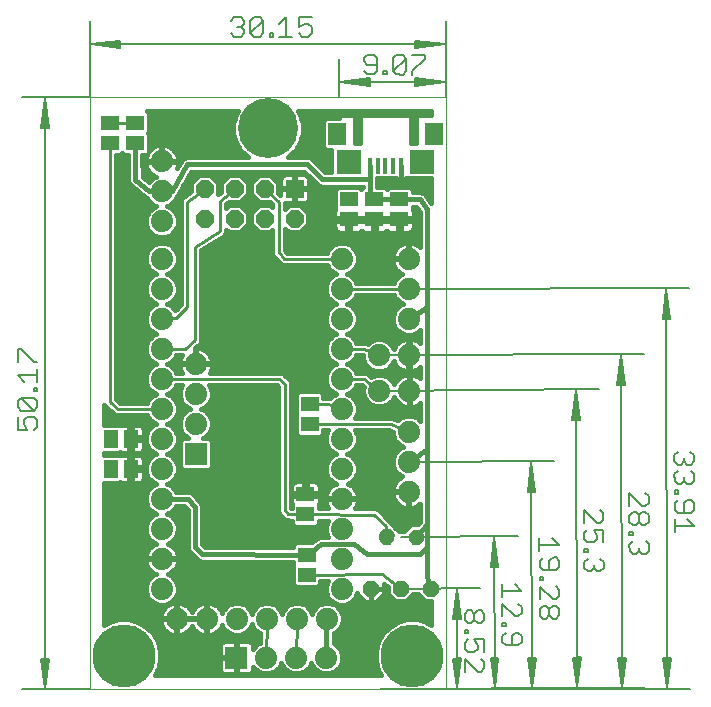
<source format=gtl>
G75*
%MOIN*%
%OFA0B0*%
%FSLAX24Y24*%
%IPPOS*%
%LPD*%
%AMOC8*
5,1,8,0,0,1.08239X$1,22.5*
%
%ADD10C,0.0000*%
%ADD11C,0.0051*%
%ADD12C,0.0060*%
%ADD13R,0.0591X0.0512*%
%ADD14R,0.0827X0.0787*%
%ADD15R,0.0630X0.0748*%
%ADD16R,0.0157X0.0531*%
%ADD17R,0.0600X0.0600*%
%ADD18OC8,0.0600*%
%ADD19C,0.0740*%
%ADD20R,0.0512X0.0591*%
%ADD21OC8,0.0520*%
%ADD22R,0.0740X0.0740*%
%ADD23C,0.0104*%
%ADD24C,0.0160*%
%ADD25C,0.0210*%
%ADD26C,0.0100*%
%ADD27C,0.2000*%
%ADD28C,0.2100*%
D10*
X007180Y005680D02*
X007180Y025426D01*
X019050Y025426D01*
X019050Y005680D01*
X007180Y005680D01*
D11*
X004912Y005680D01*
X005680Y005706D02*
X005782Y006704D01*
X005806Y006704D02*
X005680Y005706D01*
X005578Y006704D01*
X005554Y006704D02*
X005806Y006704D01*
X005731Y006704D02*
X005680Y005706D01*
X005629Y006704D01*
X005554Y006704D02*
X005680Y005706D01*
X005680Y025404D01*
X005782Y024406D01*
X005806Y024406D02*
X005680Y025404D01*
X005578Y024406D01*
X005554Y024406D02*
X005806Y024406D01*
X005731Y024406D02*
X005680Y025404D01*
X005629Y024406D01*
X005554Y024406D02*
X005680Y025404D01*
X004912Y025430D02*
X007180Y025430D01*
X007180Y025426D02*
X007180Y027948D01*
X007206Y027180D02*
X008204Y027078D01*
X008204Y027054D02*
X007206Y027180D01*
X008204Y027282D01*
X008204Y027306D02*
X008204Y027054D01*
X008204Y027129D02*
X007206Y027180D01*
X008204Y027231D01*
X008204Y027306D02*
X007206Y027180D01*
X019024Y027180D01*
X018026Y027078D01*
X018026Y027054D02*
X019024Y027180D01*
X018026Y027282D01*
X018026Y027306D02*
X018026Y027054D01*
X018026Y027129D02*
X019024Y027180D01*
X018026Y027231D01*
X018026Y027306D02*
X019024Y027180D01*
X019055Y026684D02*
X019050Y025426D01*
X019050Y027948D01*
X019026Y025916D02*
X018029Y026022D01*
X018029Y026046D02*
X018028Y025794D01*
X019026Y025916D01*
X018028Y025817D01*
X018028Y025869D02*
X019026Y025916D01*
X018029Y025971D01*
X018029Y026046D02*
X019026Y025916D01*
X015508Y025930D01*
X016505Y025823D01*
X016505Y025800D02*
X015508Y025930D01*
X016506Y026028D01*
X016506Y026051D02*
X016505Y025800D01*
X016505Y025875D02*
X015508Y025930D01*
X016506Y025977D01*
X016506Y026051D02*
X015508Y025930D01*
X015480Y025440D02*
X015485Y026698D01*
X017810Y019030D02*
X027169Y019051D01*
X026402Y019024D02*
X026302Y018025D01*
X026278Y018025D02*
X026402Y019024D01*
X026506Y018026D01*
X026530Y018026D02*
X026278Y018025D01*
X026353Y018026D02*
X026402Y019024D01*
X026455Y018026D01*
X026530Y018026D02*
X026402Y019024D01*
X026432Y005725D01*
X026327Y006723D01*
X026304Y006723D02*
X026555Y006723D01*
X026432Y005725D01*
X026532Y006723D01*
X026481Y006723D02*
X026432Y005725D01*
X026378Y006723D01*
X026304Y006723D02*
X026432Y005725D01*
X025700Y005712D02*
X016860Y005680D01*
X016890Y005680D02*
X024203Y005724D01*
X024932Y005735D02*
X024827Y006732D01*
X024803Y006732D02*
X024932Y005735D01*
X025031Y006733D01*
X025055Y006733D02*
X024803Y006732D01*
X024878Y006732D02*
X024932Y005735D01*
X024980Y006733D01*
X025055Y006733D02*
X024932Y005735D01*
X024893Y016823D01*
X024794Y015825D01*
X024771Y015825D02*
X024893Y016823D01*
X024999Y015826D01*
X025022Y015826D02*
X024771Y015825D01*
X024845Y015825D02*
X024893Y016823D01*
X024947Y015826D01*
X025022Y015826D02*
X024893Y016823D01*
X025660Y016852D02*
X016820Y016820D01*
X016830Y015640D02*
X024143Y015684D01*
X023376Y015654D02*
X023280Y014655D01*
X023256Y014655D02*
X023376Y015654D01*
X023484Y014656D01*
X023508Y014657D02*
X023256Y014655D01*
X023331Y014656D02*
X023376Y015654D01*
X023433Y014656D01*
X023508Y014657D02*
X023376Y015654D01*
X023436Y005745D01*
X023327Y006742D01*
X023304Y006742D02*
X023436Y005745D01*
X023532Y006744D01*
X023555Y006744D02*
X023304Y006742D01*
X023378Y006743D02*
X023436Y005745D01*
X023481Y006743D01*
X023555Y006744D02*
X023436Y005745D01*
X022700Y005699D02*
X017840Y005680D01*
X027199Y005701D01*
X022054Y006720D02*
X021802Y006719D01*
X021932Y005722D01*
X021826Y006719D01*
X021877Y006720D02*
X021932Y005722D01*
X022030Y006720D01*
X022054Y006720D02*
X021932Y005722D01*
X021979Y006720D01*
X021932Y005722D02*
X021902Y013261D01*
X021804Y012262D01*
X021780Y012262D02*
X021902Y013261D01*
X022008Y012263D01*
X022032Y012263D02*
X021780Y012262D01*
X021855Y012262D02*
X021902Y013261D01*
X021957Y012263D01*
X022032Y012263D02*
X021902Y013261D01*
X022670Y013289D02*
X017810Y013270D01*
X017560Y010770D02*
X021438Y010778D01*
X020671Y010751D02*
X020570Y009752D01*
X020547Y009752D02*
X020671Y010751D01*
X020775Y009753D01*
X020798Y009753D02*
X020547Y009752D01*
X020621Y009752D02*
X020671Y010751D01*
X020724Y009753D01*
X020798Y009753D02*
X020671Y010751D01*
X020680Y005722D01*
X020576Y006720D01*
X020553Y006719D02*
X020680Y005722D01*
X020781Y006720D01*
X020804Y006720D02*
X020553Y006719D01*
X020627Y006720D02*
X020680Y005722D01*
X020730Y006720D01*
X020804Y006720D02*
X020680Y005722D01*
X020198Y005688D02*
X017550Y005680D01*
X017570Y005690D02*
X021448Y005698D01*
X019430Y005711D02*
X019529Y006710D01*
X019553Y006710D02*
X019301Y006709D01*
X019430Y005711D01*
X019325Y006709D01*
X019376Y006709D02*
X019430Y005711D01*
X019478Y006709D01*
X019553Y006710D02*
X019430Y005711D01*
X019420Y009015D01*
X019321Y008017D01*
X019297Y008017D02*
X019420Y009015D01*
X019525Y008017D01*
X019549Y008017D02*
X019297Y008017D01*
X019372Y008017D02*
X019420Y009015D01*
X019474Y008017D01*
X019549Y008017D02*
X019420Y009015D01*
X020188Y009043D02*
X017540Y009035D01*
D12*
X019679Y008204D02*
X019679Y007991D01*
X019787Y007884D01*
X019893Y007885D01*
X020000Y007992D01*
X019999Y008205D01*
X020105Y008312D01*
X020212Y008313D01*
X020319Y008206D01*
X020320Y007993D01*
X020214Y007886D01*
X020107Y007885D01*
X020000Y007992D01*
X019999Y008205D02*
X019892Y008312D01*
X019785Y008311D01*
X019679Y008204D01*
X019681Y007666D02*
X019681Y007560D01*
X019788Y007560D01*
X019787Y007667D01*
X019681Y007666D01*
X019788Y007344D02*
X019682Y007237D01*
X019683Y007024D01*
X019790Y006917D01*
X020003Y006918D01*
X020110Y007025D01*
X020110Y007132D01*
X020002Y007345D01*
X020322Y007346D01*
X020324Y006919D01*
X020218Y006701D02*
X020325Y006595D01*
X020326Y006381D01*
X020219Y006274D01*
X020112Y006274D01*
X019684Y006699D01*
X019685Y006272D01*
X020933Y007252D02*
X021040Y007145D01*
X021467Y007146D01*
X021574Y007253D01*
X021573Y007467D01*
X021466Y007573D01*
X021360Y007573D01*
X021253Y007466D01*
X021254Y007146D01*
X020933Y007252D02*
X020933Y007465D01*
X021039Y007572D01*
X021039Y007788D02*
X020932Y007788D01*
X020932Y007894D01*
X021039Y007895D01*
X021039Y007788D01*
X020932Y008112D02*
X020931Y008539D01*
X021359Y008113D01*
X021465Y008113D01*
X021572Y008220D01*
X021572Y008433D01*
X021465Y008540D01*
X021571Y008971D02*
X020930Y008970D01*
X020931Y008757D02*
X020930Y009184D01*
X021357Y009184D02*
X021571Y008971D01*
X022177Y009107D02*
X022179Y008680D01*
X022287Y008463D02*
X022394Y008464D01*
X022501Y008358D01*
X022502Y008144D01*
X022396Y008037D01*
X022289Y008036D01*
X022182Y008142D01*
X022181Y008356D01*
X022287Y008463D01*
X022501Y008358D02*
X022607Y008465D01*
X022714Y008465D01*
X022821Y008359D01*
X022822Y008146D01*
X022716Y008038D01*
X022609Y008038D01*
X022502Y008144D01*
X022606Y008682D02*
X022713Y008683D01*
X022819Y008790D01*
X022818Y009004D01*
X022711Y009110D01*
X022708Y009650D02*
X022814Y009757D01*
X022813Y009971D01*
X022705Y010077D01*
X022599Y010076D01*
X022492Y009969D01*
X022494Y009649D01*
X022281Y009648D02*
X022173Y009754D01*
X022172Y009967D01*
X022278Y010075D01*
X022171Y010291D02*
X022168Y010719D01*
X022169Y010505D02*
X022810Y010508D01*
X022595Y010721D01*
X023663Y010683D02*
X023662Y010897D01*
X023768Y011004D01*
X023981Y011006D02*
X024089Y010793D01*
X024090Y010686D01*
X023984Y010579D01*
X023771Y010577D01*
X023663Y010683D01*
X023665Y010359D02*
X023666Y010252D01*
X023773Y010253D01*
X023772Y010360D01*
X023665Y010359D01*
X023774Y010037D02*
X023668Y009930D01*
X023670Y009716D01*
X023777Y009610D01*
X023884Y009611D01*
X023990Y009719D01*
X023989Y009825D01*
X023990Y009719D02*
X024098Y009613D01*
X024204Y009613D01*
X024310Y009721D01*
X024309Y009934D01*
X024201Y010040D01*
X024304Y010581D02*
X024301Y011008D01*
X023981Y011006D01*
X024086Y011224D02*
X023656Y011648D01*
X023659Y011221D01*
X024086Y011224D02*
X024193Y011225D01*
X024299Y011332D01*
X024298Y011546D01*
X024190Y011652D01*
X025167Y011800D02*
X025165Y012227D01*
X025594Y011801D01*
X025701Y011802D01*
X025807Y011909D01*
X025806Y012122D01*
X025699Y012229D01*
X025701Y011584D02*
X025595Y011584D01*
X025488Y011477D01*
X025489Y011263D01*
X025383Y011156D01*
X025276Y011156D01*
X025169Y011262D01*
X025168Y011476D01*
X025274Y011583D01*
X025381Y011583D01*
X025488Y011477D01*
X025489Y011263D02*
X025596Y011157D01*
X025703Y011157D01*
X025809Y011264D01*
X025809Y011478D01*
X025701Y011584D01*
X025277Y010938D02*
X025170Y010938D01*
X025170Y010831D01*
X025277Y010831D01*
X025277Y010938D01*
X025278Y010616D02*
X025171Y010509D01*
X025172Y010295D01*
X025279Y010189D01*
X025386Y010189D01*
X025492Y010296D01*
X025492Y010403D01*
X025492Y010296D02*
X025600Y010190D01*
X025706Y010190D01*
X025813Y010297D01*
X025812Y010511D01*
X025705Y010617D01*
X026675Y010918D02*
X026674Y011345D01*
X026674Y011132D02*
X027315Y011133D01*
X027101Y011346D01*
X026994Y011563D02*
X026993Y011884D01*
X027100Y011991D01*
X027207Y011991D01*
X027314Y011884D01*
X027314Y011671D01*
X027207Y011564D01*
X026780Y011563D01*
X026673Y011670D01*
X026673Y011883D01*
X026780Y011990D01*
X026779Y012205D02*
X026672Y012205D01*
X026672Y012312D01*
X026779Y012312D01*
X026779Y012205D01*
X026779Y012530D02*
X026672Y012636D01*
X026671Y012850D01*
X026778Y012957D01*
X026778Y013174D02*
X026671Y013281D01*
X026670Y013494D01*
X026777Y013601D01*
X026991Y013388D02*
X026991Y013281D01*
X026884Y013175D01*
X026778Y013174D01*
X026991Y013281D02*
X027098Y013175D01*
X027205Y013175D01*
X027311Y013282D01*
X027311Y013496D01*
X027204Y013602D01*
X027205Y012958D02*
X027312Y012851D01*
X027312Y012637D01*
X027206Y012531D01*
X027099Y012530D01*
X026992Y012637D01*
X026885Y012530D01*
X026779Y012530D01*
X026992Y012637D02*
X026992Y012744D01*
X022708Y009650D02*
X022281Y009648D01*
X022282Y009430D02*
X022282Y009323D01*
X022176Y009323D01*
X022175Y009429D01*
X022282Y009430D01*
X022177Y009107D02*
X022606Y008682D01*
X017932Y026174D02*
X017933Y026281D01*
X018362Y026706D01*
X018363Y026813D01*
X017936Y026815D01*
X017718Y026709D02*
X017715Y026282D01*
X017608Y026176D01*
X017395Y026177D01*
X017288Y026284D01*
X017718Y026709D01*
X017612Y026816D01*
X017398Y026818D01*
X017291Y026711D01*
X017288Y026284D01*
X017073Y026285D02*
X017072Y026179D01*
X016966Y026179D01*
X016966Y026286D01*
X017073Y026285D01*
X016749Y026287D02*
X016641Y026181D01*
X016428Y026182D01*
X016322Y026289D01*
X016430Y026502D02*
X016750Y026501D01*
X016751Y026714D02*
X016749Y026287D01*
X016430Y026502D02*
X016323Y026610D01*
X016324Y026716D01*
X016431Y026823D01*
X016645Y026822D01*
X016751Y026714D01*
X014572Y027543D02*
X014465Y027436D01*
X014251Y027436D01*
X014145Y027543D01*
X014145Y027756D02*
X014358Y027863D01*
X014465Y027863D01*
X014572Y027756D01*
X014572Y027543D01*
X014145Y027756D02*
X014145Y028077D01*
X014572Y028077D01*
X013927Y027436D02*
X013500Y027436D01*
X013714Y027436D02*
X013714Y028077D01*
X013500Y027863D01*
X013285Y027543D02*
X013285Y027436D01*
X013178Y027436D01*
X013178Y027543D01*
X013285Y027543D01*
X012960Y027543D02*
X012960Y027970D01*
X012533Y027543D01*
X012640Y027436D01*
X012854Y027436D01*
X012960Y027543D01*
X012960Y027970D02*
X012854Y028077D01*
X012640Y028077D01*
X012533Y027970D01*
X012533Y027543D01*
X012316Y027543D02*
X012209Y027436D01*
X011995Y027436D01*
X011889Y027543D01*
X012102Y027756D02*
X012209Y027756D01*
X012316Y027650D01*
X012316Y027543D01*
X012209Y027756D02*
X012316Y027863D01*
X012316Y027970D01*
X012209Y028077D01*
X011995Y028077D01*
X011889Y027970D01*
X004890Y017012D02*
X004783Y017012D01*
X004783Y016585D01*
X004890Y017012D02*
X005317Y016585D01*
X005424Y016585D01*
X005424Y016367D02*
X005424Y015940D01*
X005424Y016154D02*
X004783Y016154D01*
X004997Y015940D01*
X005317Y015725D02*
X005424Y015725D01*
X005424Y015618D01*
X005317Y015618D01*
X005317Y015725D01*
X005317Y015400D02*
X004890Y015400D01*
X005317Y014973D01*
X005424Y015080D01*
X005424Y015294D01*
X005317Y015400D01*
X005317Y014973D02*
X004890Y014973D01*
X004783Y015080D01*
X004783Y015294D01*
X004890Y015400D01*
X004783Y014756D02*
X004783Y014329D01*
X005104Y014329D01*
X004997Y014542D01*
X004997Y014649D01*
X005104Y014756D01*
X005317Y014756D01*
X005424Y014649D01*
X005424Y014435D01*
X005317Y014329D01*
D13*
X007840Y023895D03*
X007840Y024565D03*
X008690Y024565D03*
X008690Y023895D03*
X015810Y022015D03*
X015810Y021345D03*
X016660Y021345D03*
X016660Y022015D03*
X017500Y022015D03*
X017500Y021345D03*
X014510Y015195D03*
X014510Y014525D03*
X014370Y012185D03*
X014370Y011515D03*
X014410Y010175D03*
X014410Y009505D03*
D14*
X015810Y023265D03*
X018250Y023265D03*
D15*
X018644Y024190D03*
X015416Y024190D03*
D16*
X016518Y023137D03*
X016774Y023137D03*
X017030Y023137D03*
X017286Y023137D03*
X017542Y023137D03*
D17*
X014010Y022370D03*
D18*
X014010Y021370D03*
X013010Y021370D03*
X013010Y022370D03*
X012010Y022370D03*
X012010Y021370D03*
X011010Y021370D03*
X011010Y022370D03*
D19*
X009580Y022280D03*
X009580Y021280D03*
X009580Y020030D03*
X009580Y019030D03*
X009580Y018030D03*
X009580Y017030D03*
X009580Y016030D03*
X009580Y015030D03*
X009580Y014030D03*
X009580Y013030D03*
X009580Y012030D03*
X009580Y011030D03*
X009580Y010030D03*
X009580Y009030D03*
X010080Y008030D03*
X011080Y008030D03*
X012080Y008030D03*
X013080Y008030D03*
X014080Y008030D03*
X015080Y008030D03*
X015580Y009030D03*
X015580Y010030D03*
X015580Y011030D03*
X015580Y012030D03*
X015580Y013030D03*
X015580Y014030D03*
X015580Y015030D03*
X015580Y016030D03*
X015580Y017030D03*
X015580Y018030D03*
X015580Y019030D03*
X015580Y020030D03*
X017810Y020030D03*
X017810Y019030D03*
X017810Y018030D03*
X017820Y016820D03*
X017830Y015640D03*
X016830Y015640D03*
X016820Y016820D03*
X017810Y014270D03*
X017810Y013270D03*
X017810Y012270D03*
X015070Y006740D03*
X014070Y006740D03*
X013070Y006740D03*
X010710Y014530D03*
X010710Y015530D03*
X010710Y016530D03*
X009580Y023280D03*
D20*
X008545Y014030D03*
X007875Y014030D03*
X007875Y013030D03*
X008545Y013030D03*
D21*
X016540Y009035D03*
X017540Y009035D03*
X018540Y009035D03*
D22*
X012070Y006740D03*
X010710Y013530D03*
D23*
X016908Y010749D02*
X016856Y010697D01*
X016859Y010868D01*
X016983Y010988D01*
X017154Y010985D01*
X017274Y010861D01*
X017271Y010690D01*
X017147Y010570D01*
X016976Y010573D01*
X016856Y010697D01*
X016935Y010727D01*
X016937Y010835D01*
X017013Y010909D01*
X017121Y010907D01*
X017195Y010831D01*
X017193Y010723D01*
X017117Y010649D01*
X017009Y010651D01*
X016935Y010727D01*
X017014Y010758D01*
X017014Y010801D01*
X017044Y010830D01*
X017087Y010830D01*
X017116Y010800D01*
X017116Y010757D01*
X017086Y010728D01*
X017043Y010728D01*
X017014Y010758D01*
X017898Y010731D02*
X017846Y010679D01*
X017849Y010850D01*
X017973Y010970D01*
X018144Y010967D01*
X018264Y010843D01*
X018261Y010672D01*
X018137Y010552D01*
X017966Y010555D01*
X017846Y010679D01*
X017925Y010709D01*
X017927Y010817D01*
X018003Y010891D01*
X018111Y010889D01*
X018185Y010813D01*
X018183Y010705D01*
X018107Y010631D01*
X017999Y010633D01*
X017925Y010709D01*
X018004Y010740D01*
X018004Y010783D01*
X018034Y010812D01*
X018077Y010812D01*
X018106Y010782D01*
X018106Y010739D01*
X018076Y010710D01*
X018033Y010710D01*
X018004Y010740D01*
D24*
X018055Y010761D02*
X018430Y011180D01*
X018430Y010430D01*
X018180Y010180D01*
X016430Y010180D01*
X015980Y010530D01*
X014900Y010530D01*
X014410Y010175D01*
X010930Y010180D01*
X010680Y010430D01*
X010680Y011750D01*
X010450Y012030D01*
X009580Y012030D01*
X009758Y012530D02*
X009880Y012581D01*
X010029Y012730D01*
X010110Y012925D01*
X010110Y013135D01*
X010029Y013330D01*
X009880Y013479D01*
X009758Y013530D01*
X009880Y013581D01*
X010029Y013730D01*
X010110Y013925D01*
X010110Y014135D01*
X010029Y014330D01*
X009880Y014479D01*
X009758Y014530D01*
X009880Y014581D01*
X010029Y014730D01*
X010110Y014925D01*
X010110Y015135D01*
X010029Y015330D01*
X009880Y015479D01*
X009758Y015530D01*
X009880Y015581D01*
X010029Y015730D01*
X010067Y015820D01*
X010256Y015820D01*
X010180Y015635D01*
X010180Y015425D01*
X010261Y015230D01*
X010410Y015081D01*
X010532Y015030D01*
X010410Y014979D01*
X010261Y014830D01*
X010180Y014635D01*
X010180Y014425D01*
X010261Y014230D01*
X010410Y014081D01*
X010460Y014060D01*
X010274Y014060D01*
X010180Y013966D01*
X010180Y013094D01*
X010274Y013000D01*
X011146Y013000D01*
X011240Y013094D01*
X011240Y013966D01*
X011146Y014060D01*
X010960Y014060D01*
X011010Y014081D01*
X011159Y014230D01*
X011240Y014425D01*
X011240Y014635D01*
X011159Y014830D01*
X011010Y014979D01*
X010888Y015030D01*
X011010Y015081D01*
X011159Y015230D01*
X011240Y015425D01*
X011240Y015635D01*
X011164Y015820D01*
X013420Y015820D01*
X013470Y015776D01*
X013470Y011654D01*
X013467Y011571D01*
X013470Y011568D01*
X013470Y011563D01*
X013529Y011504D01*
X013589Y011439D01*
X013589Y011435D01*
X013648Y011375D01*
X013705Y011314D01*
X013709Y011313D01*
X013711Y011311D01*
X013795Y011310D01*
X013879Y011307D01*
X013881Y011309D01*
X013915Y011309D01*
X013915Y011193D01*
X014008Y011099D01*
X014732Y011099D01*
X014825Y011193D01*
X014825Y011302D01*
X015118Y011300D01*
X015050Y011135D01*
X015050Y010925D01*
X015114Y010770D01*
X014919Y010770D01*
X014891Y010775D01*
X014872Y010770D01*
X014852Y010770D01*
X014826Y010759D01*
X014798Y010752D01*
X014782Y010741D01*
X014764Y010733D01*
X014744Y010713D01*
X014575Y010591D01*
X014048Y010591D01*
X013955Y010497D01*
X013955Y010415D01*
X011030Y010420D01*
X010920Y010529D01*
X010920Y011738D01*
X010924Y011774D01*
X010920Y011786D01*
X010920Y011798D01*
X010906Y011831D01*
X010896Y011865D01*
X010888Y011875D01*
X010883Y011886D01*
X010858Y011911D01*
X010658Y012155D01*
X010653Y012166D01*
X010628Y012191D01*
X010605Y012219D01*
X010594Y012225D01*
X010586Y012233D01*
X010553Y012247D01*
X010521Y012264D01*
X010509Y012265D01*
X010498Y012270D01*
X010462Y012270D01*
X010426Y012274D01*
X010414Y012270D01*
X010054Y012270D01*
X010029Y012330D01*
X009880Y012479D01*
X009758Y012530D01*
X009841Y012496D02*
X013470Y012496D01*
X013470Y012654D02*
X009954Y012654D01*
X010064Y012813D02*
X013470Y012813D01*
X013470Y012971D02*
X010110Y012971D01*
X010110Y013130D02*
X010180Y013130D01*
X010180Y013288D02*
X010047Y013288D01*
X009913Y013447D02*
X010180Y013447D01*
X010180Y013605D02*
X009905Y013605D01*
X010043Y013764D02*
X010180Y013764D01*
X010180Y013922D02*
X010109Y013922D01*
X010110Y014081D02*
X010410Y014081D01*
X010257Y014239D02*
X010067Y014239D01*
X009962Y014398D02*
X010191Y014398D01*
X010180Y014556D02*
X009821Y014556D01*
X010014Y014715D02*
X010213Y014715D01*
X010303Y014873D02*
X010089Y014873D01*
X010110Y015032D02*
X010528Y015032D01*
X010300Y015190D02*
X010087Y015190D01*
X010011Y015349D02*
X010212Y015349D01*
X010180Y015507D02*
X009813Y015507D01*
X009965Y015666D02*
X010192Y015666D01*
X010241Y016240D02*
X010067Y016240D01*
X010029Y016330D01*
X009880Y016479D01*
X009758Y016530D01*
X009880Y016581D01*
X010029Y016730D01*
X010069Y016826D01*
X010247Y016829D01*
X010240Y016818D01*
X010200Y016741D01*
X010174Y016659D01*
X010160Y016573D01*
X010160Y016550D01*
X010690Y016550D01*
X010690Y017063D01*
X010757Y017120D01*
X010767Y017120D01*
X010823Y017176D01*
X010882Y017227D01*
X010883Y017236D01*
X010890Y017243D01*
X010890Y017322D01*
X010896Y017400D01*
X010890Y017407D01*
X010890Y020314D01*
X011570Y020740D01*
X011597Y020740D01*
X011642Y020785D01*
X011695Y020818D01*
X011701Y020844D01*
X011720Y020863D01*
X011720Y020926D01*
X011734Y020988D01*
X011721Y021008D01*
X011819Y020910D01*
X012201Y020910D01*
X012470Y021179D01*
X012470Y021561D01*
X012201Y021830D01*
X011819Y021830D01*
X011720Y021731D01*
X011720Y021852D01*
X011805Y021924D01*
X011819Y021910D01*
X012201Y021910D01*
X012470Y022179D01*
X012470Y022561D01*
X012201Y022830D01*
X011819Y022830D01*
X011550Y022561D01*
X011550Y022258D01*
X011470Y022191D01*
X011470Y022561D01*
X011201Y022830D01*
X010819Y022830D01*
X010550Y022561D01*
X010550Y022285D01*
X010359Y022140D01*
X010343Y022140D01*
X010292Y022089D01*
X010234Y022045D01*
X010232Y022029D01*
X010220Y022017D01*
X010220Y021944D01*
X010210Y021872D01*
X010220Y021859D01*
X010220Y018514D01*
X010034Y018318D01*
X010029Y018330D01*
X009880Y018479D01*
X009758Y018530D01*
X009880Y018581D01*
X010029Y018730D01*
X010110Y018925D01*
X010110Y019135D01*
X010029Y019330D01*
X009880Y019479D01*
X009758Y019530D01*
X009880Y019581D01*
X010029Y019730D01*
X010110Y019925D01*
X010110Y020135D01*
X010029Y020330D01*
X009880Y020479D01*
X009685Y020560D01*
X009475Y020560D01*
X009280Y020479D01*
X009131Y020330D01*
X009050Y020135D01*
X009050Y019925D01*
X009131Y019730D01*
X009280Y019581D01*
X009402Y019530D01*
X009280Y019479D01*
X009131Y019330D01*
X009050Y019135D01*
X009050Y018925D01*
X009131Y018730D01*
X009280Y018581D01*
X009402Y018530D01*
X009280Y018479D01*
X009131Y018330D01*
X009050Y018135D01*
X009050Y017925D01*
X009131Y017730D01*
X009280Y017581D01*
X009402Y017530D01*
X009280Y017479D01*
X009131Y017330D01*
X009050Y017135D01*
X009050Y016925D01*
X009131Y016730D01*
X009280Y016581D01*
X009402Y016530D01*
X009280Y016479D01*
X009131Y016330D01*
X009050Y016135D01*
X009050Y015925D01*
X009131Y015730D01*
X009280Y015581D01*
X009402Y015530D01*
X009280Y015479D01*
X009131Y015330D01*
X009093Y015240D01*
X008198Y015240D01*
X008050Y015367D01*
X008050Y023479D01*
X008202Y023479D01*
X008265Y023543D01*
X008328Y023479D01*
X008453Y023479D01*
X008460Y022694D01*
X008456Y022682D01*
X008460Y022646D01*
X008460Y022610D01*
X008465Y022599D01*
X008466Y022587D01*
X008484Y022556D01*
X008498Y022522D01*
X008506Y022514D01*
X008512Y022503D01*
X008540Y022481D01*
X008566Y022455D01*
X008577Y022451D01*
X009009Y022101D01*
X009034Y022077D01*
X009046Y022072D01*
X009056Y022063D01*
X009090Y022053D01*
X009102Y022048D01*
X009131Y021980D01*
X009280Y021831D01*
X009402Y021780D01*
X009280Y021729D01*
X009131Y021580D01*
X009050Y021385D01*
X009050Y021175D01*
X009131Y020980D01*
X009280Y020831D01*
X009475Y020750D01*
X009685Y020750D01*
X009880Y020831D01*
X010029Y020980D01*
X010110Y021175D01*
X010110Y021385D01*
X010029Y021580D01*
X009880Y021729D01*
X009758Y021780D01*
X009880Y021831D01*
X010029Y021980D01*
X010084Y022111D01*
X010094Y022119D01*
X010102Y022133D01*
X010113Y022144D01*
X010126Y022174D01*
X010569Y022940D01*
X014331Y022940D01*
X014727Y022544D01*
X014794Y022477D01*
X014882Y022440D01*
X016280Y022440D01*
X016280Y022412D01*
X016235Y022367D01*
X016172Y022431D01*
X015448Y022431D01*
X015355Y022337D01*
X015355Y021692D01*
X015358Y021689D01*
X015347Y021671D01*
X015335Y021625D01*
X015335Y021393D01*
X015762Y021393D01*
X015762Y021297D01*
X015858Y021297D01*
X015858Y020909D01*
X016129Y020909D01*
X016175Y020922D01*
X016216Y020945D01*
X016235Y020965D01*
X016254Y020945D01*
X016295Y020922D01*
X016341Y020909D01*
X016612Y020909D01*
X016612Y021297D01*
X016708Y021297D01*
X016708Y020909D01*
X016979Y020909D01*
X017025Y020922D01*
X017066Y020945D01*
X017080Y020960D01*
X017094Y020945D01*
X017135Y020922D01*
X017181Y020909D01*
X017452Y020909D01*
X017452Y021297D01*
X017548Y021297D01*
X017548Y020909D01*
X017819Y020909D01*
X017865Y020922D01*
X017906Y020945D01*
X017939Y020979D01*
X017963Y021020D01*
X017975Y021066D01*
X017975Y021297D01*
X017548Y021297D01*
X017548Y021393D01*
X017975Y021393D01*
X017975Y021625D01*
X017963Y021671D01*
X017952Y021689D01*
X017955Y021692D01*
X017955Y021772D01*
X018067Y021771D01*
X018190Y021602D01*
X018190Y020428D01*
X018168Y020450D01*
X018098Y020500D01*
X018021Y020540D01*
X017939Y020566D01*
X017853Y020580D01*
X017830Y020580D01*
X017830Y020050D01*
X017790Y020050D01*
X017790Y020580D01*
X017767Y020580D01*
X017681Y020566D01*
X017599Y020540D01*
X017522Y020500D01*
X017452Y020450D01*
X017390Y020388D01*
X017340Y020318D01*
X017300Y020241D01*
X017274Y020159D01*
X017260Y020073D01*
X017260Y020050D01*
X017790Y020050D01*
X017790Y020010D01*
X017260Y020010D01*
X017260Y019987D01*
X017274Y019901D01*
X017300Y019819D01*
X017340Y019742D01*
X017390Y019672D01*
X017452Y019610D01*
X017522Y019560D01*
X017599Y019520D01*
X017604Y019519D01*
X017510Y019479D01*
X017361Y019330D01*
X017323Y019240D01*
X016067Y019240D01*
X016029Y019330D01*
X015880Y019479D01*
X015758Y019530D01*
X015880Y019581D01*
X016029Y019730D01*
X016110Y019925D01*
X016110Y020135D01*
X016029Y020330D01*
X015880Y020479D01*
X015685Y020560D01*
X015475Y020560D01*
X015280Y020479D01*
X015131Y020330D01*
X015093Y020240D01*
X013766Y020240D01*
X013690Y020328D01*
X013690Y021039D01*
X013819Y020910D01*
X014201Y020910D01*
X014470Y021179D01*
X014470Y021561D01*
X014201Y021830D01*
X013819Y021830D01*
X013690Y021701D01*
X013690Y021847D01*
X015355Y021847D01*
X015357Y021689D02*
X014342Y021689D01*
X014334Y021890D02*
X014379Y021902D01*
X014421Y021926D01*
X014454Y021959D01*
X014478Y022001D01*
X014490Y022046D01*
X014490Y022350D01*
X014030Y022350D01*
X014030Y022390D01*
X013990Y022390D01*
X013990Y022850D01*
X013686Y022850D01*
X013641Y022838D01*
X013599Y022814D01*
X013566Y022781D01*
X013542Y022739D01*
X013530Y022694D01*
X013530Y022390D01*
X013990Y022390D01*
X013990Y022350D01*
X013530Y022350D01*
X013530Y022171D01*
X013470Y022227D01*
X013470Y022561D01*
X013201Y022830D01*
X012819Y022830D01*
X012550Y022561D01*
X012550Y022179D01*
X012819Y021910D01*
X013194Y021910D01*
X013270Y021839D01*
X013270Y021761D01*
X013201Y021830D01*
X012819Y021830D01*
X012550Y021561D01*
X012550Y021179D01*
X012819Y020910D01*
X013201Y020910D01*
X013270Y020979D01*
X013270Y020258D01*
X013264Y020179D01*
X013270Y020172D01*
X013270Y020163D01*
X013326Y020107D01*
X013460Y019952D01*
X013460Y019943D01*
X013516Y019887D01*
X013568Y019827D01*
X013577Y019826D01*
X013583Y019820D01*
X013662Y019820D01*
X013741Y019814D01*
X013748Y019820D01*
X015093Y019820D01*
X015131Y019730D01*
X015280Y019581D01*
X015402Y019530D01*
X015280Y019479D01*
X015131Y019330D01*
X015050Y019135D01*
X015050Y018925D01*
X015131Y018730D01*
X015280Y018581D01*
X015402Y018530D01*
X015280Y018479D01*
X015131Y018330D01*
X015050Y018135D01*
X015050Y017925D01*
X015131Y017730D01*
X015280Y017581D01*
X015402Y017530D01*
X015280Y017479D01*
X015131Y017330D01*
X015050Y017135D01*
X015050Y016925D01*
X015131Y016730D01*
X015280Y016581D01*
X015402Y016530D01*
X015280Y016479D01*
X015131Y016330D01*
X015050Y016135D01*
X015050Y015925D01*
X015131Y015730D01*
X015280Y015581D01*
X015402Y015530D01*
X015280Y015479D01*
X015199Y015399D01*
X015199Y015399D01*
X015146Y015400D01*
X015095Y015417D01*
X015062Y015400D01*
X014965Y015401D01*
X014965Y015517D01*
X014872Y015611D01*
X014148Y015611D01*
X014055Y015517D01*
X014055Y014872D01*
X014067Y014860D01*
X014055Y014848D01*
X014055Y014203D01*
X014148Y014109D01*
X014872Y014109D01*
X014965Y014203D01*
X014965Y014314D01*
X015124Y014314D01*
X015050Y014135D01*
X015050Y013925D01*
X015131Y013730D01*
X015280Y013581D01*
X015402Y013530D01*
X015280Y013479D01*
X015131Y013330D01*
X015050Y013135D01*
X015050Y012925D01*
X015131Y012730D01*
X015280Y012581D01*
X015374Y012541D01*
X015369Y012540D01*
X015292Y012500D01*
X015222Y012450D01*
X015160Y012388D01*
X015110Y012318D01*
X015070Y012241D01*
X015044Y012159D01*
X015030Y012073D01*
X015030Y012050D01*
X015560Y012050D01*
X015560Y012010D01*
X015030Y012010D01*
X015030Y011987D01*
X015044Y011901D01*
X015070Y011819D01*
X015110Y011742D01*
X015125Y011720D01*
X014825Y011722D01*
X014825Y011838D01*
X014822Y011841D01*
X014833Y011859D01*
X014845Y011905D01*
X014845Y012137D01*
X014418Y012137D01*
X014418Y012233D01*
X014322Y012233D01*
X014322Y012621D01*
X014051Y012621D01*
X014005Y012608D01*
X013964Y012585D01*
X013931Y012551D01*
X013907Y012510D01*
X013895Y012464D01*
X013895Y012233D01*
X014322Y012233D01*
X014322Y012137D01*
X013895Y012137D01*
X013895Y011905D01*
X013907Y011859D01*
X013918Y011841D01*
X013915Y011838D01*
X013915Y011729D01*
X013893Y011729D01*
X013890Y011732D01*
X013890Y015790D01*
X013895Y015795D01*
X013890Y015876D01*
X013890Y015957D01*
X013885Y015962D01*
X013885Y015969D01*
X013824Y016023D01*
X013767Y016080D01*
X013760Y016080D01*
X013644Y016183D01*
X013587Y016240D01*
X013580Y016240D01*
X013575Y016245D01*
X013494Y016240D01*
X011179Y016240D01*
X011180Y016242D01*
X011220Y016319D01*
X011246Y016401D01*
X011260Y016487D01*
X011260Y016510D01*
X010730Y016510D01*
X010730Y016550D01*
X010690Y016550D01*
X010690Y016510D01*
X010160Y016510D01*
X010160Y016487D01*
X010174Y016401D01*
X010200Y016319D01*
X010240Y016242D01*
X010241Y016240D01*
X010210Y016300D02*
X010042Y016300D01*
X010165Y016458D02*
X009902Y016458D01*
X009916Y016617D02*
X010167Y016617D01*
X010218Y016775D02*
X010048Y016775D01*
X010690Y016775D02*
X010730Y016775D01*
X010730Y016617D02*
X010690Y016617D01*
X010730Y016550D02*
X010730Y017080D01*
X010753Y017080D01*
X010839Y017066D01*
X010921Y017040D01*
X010998Y017000D01*
X011068Y016950D01*
X011130Y016888D01*
X011180Y016818D01*
X011220Y016741D01*
X011246Y016659D01*
X011260Y016573D01*
X011260Y016550D01*
X010730Y016550D01*
X010730Y016934D02*
X010690Y016934D01*
X010725Y017092D02*
X015050Y017092D01*
X015050Y016934D02*
X011084Y016934D01*
X011202Y016775D02*
X015112Y016775D01*
X015244Y016617D02*
X011253Y016617D01*
X011255Y016458D02*
X015258Y016458D01*
X015118Y016300D02*
X011210Y016300D01*
X011228Y015666D02*
X013470Y015666D01*
X013470Y015507D02*
X011240Y015507D01*
X011208Y015349D02*
X013470Y015349D01*
X013470Y015190D02*
X011120Y015190D01*
X010892Y015032D02*
X013470Y015032D01*
X013470Y014873D02*
X011117Y014873D01*
X011207Y014715D02*
X013470Y014715D01*
X013470Y014556D02*
X011240Y014556D01*
X011229Y014398D02*
X013470Y014398D01*
X013470Y014239D02*
X011163Y014239D01*
X011010Y014081D02*
X013470Y014081D01*
X013470Y013922D02*
X011240Y013922D01*
X011240Y013764D02*
X013470Y013764D01*
X013470Y013605D02*
X011240Y013605D01*
X011240Y013447D02*
X013470Y013447D01*
X013470Y013288D02*
X011240Y013288D01*
X011240Y013130D02*
X013470Y013130D01*
X013890Y013130D02*
X015050Y013130D01*
X015050Y012971D02*
X013890Y012971D01*
X013890Y012813D02*
X015096Y012813D01*
X015206Y012654D02*
X013890Y012654D01*
X013890Y012496D02*
X013903Y012496D01*
X013890Y012337D02*
X013895Y012337D01*
X013890Y012179D02*
X014322Y012179D01*
X014418Y012179D02*
X015050Y012179D01*
X015123Y012337D02*
X014845Y012337D01*
X014845Y012233D02*
X014845Y012464D01*
X014833Y012510D01*
X014809Y012551D01*
X014776Y012585D01*
X014735Y012608D01*
X014689Y012621D01*
X014418Y012621D01*
X014418Y012233D01*
X014845Y012233D01*
X014845Y012020D02*
X015560Y012020D01*
X015600Y012020D02*
X017320Y012020D01*
X017340Y011982D02*
X017390Y011912D01*
X017452Y011850D01*
X017522Y011800D01*
X017599Y011760D01*
X017681Y011734D01*
X017767Y011720D01*
X017790Y011720D01*
X017790Y012250D01*
X017830Y012250D01*
X017830Y011720D01*
X017853Y011720D01*
X017939Y011734D01*
X018021Y011760D01*
X018098Y011800D01*
X018168Y011850D01*
X018190Y011872D01*
X018190Y011272D01*
X018108Y011180D01*
X017888Y011184D01*
X017652Y010956D01*
X017483Y010955D01*
X017480Y010953D01*
X017259Y011182D01*
X017259Y011210D01*
X017256Y011212D01*
X017256Y011216D01*
X017194Y011273D01*
X016808Y011649D01*
X016748Y011709D01*
X016746Y011709D01*
X016744Y011711D01*
X016659Y011710D01*
X016030Y011714D01*
X016050Y011742D01*
X016090Y011819D01*
X016116Y011901D01*
X016130Y011987D01*
X016130Y012010D01*
X015600Y012010D01*
X015600Y012050D01*
X016130Y012050D01*
X016130Y012073D01*
X016116Y012159D01*
X016090Y012241D01*
X016050Y012318D01*
X016000Y012388D01*
X015938Y012450D01*
X015868Y012500D01*
X015791Y012540D01*
X015786Y012541D01*
X015880Y012581D01*
X016029Y012730D01*
X016110Y012925D01*
X016110Y013135D01*
X016029Y013330D01*
X015880Y013479D01*
X015758Y013530D01*
X015880Y013581D01*
X016029Y013730D01*
X016110Y013925D01*
X016110Y014135D01*
X016037Y014312D01*
X017168Y014310D01*
X017280Y014263D01*
X017280Y014165D01*
X017361Y013970D01*
X017510Y013821D01*
X017632Y013770D01*
X017510Y013719D01*
X017361Y013570D01*
X017280Y013375D01*
X017280Y013165D01*
X017361Y012970D01*
X017510Y012821D01*
X017604Y012781D01*
X017599Y012780D01*
X017522Y012740D01*
X017452Y012690D01*
X017390Y012628D01*
X017340Y012558D01*
X017300Y012481D01*
X017274Y012399D01*
X017260Y012313D01*
X017260Y012290D01*
X017790Y012290D01*
X017790Y012250D01*
X017260Y012250D01*
X017260Y012227D01*
X017274Y012141D01*
X017300Y012059D01*
X017340Y011982D01*
X017441Y011862D02*
X016104Y011862D01*
X016110Y012179D02*
X017268Y012179D01*
X017264Y012337D02*
X016037Y012337D01*
X015875Y012496D02*
X017308Y012496D01*
X017416Y012654D02*
X015954Y012654D01*
X016064Y012813D02*
X017530Y012813D01*
X017360Y012971D02*
X016110Y012971D01*
X016110Y013130D02*
X017295Y013130D01*
X017280Y013288D02*
X016047Y013288D01*
X015913Y013447D02*
X017309Y013447D01*
X017395Y013605D02*
X015905Y013605D01*
X016043Y013764D02*
X017616Y013764D01*
X017408Y013922D02*
X016109Y013922D01*
X016110Y014081D02*
X017315Y014081D01*
X017280Y014239D02*
X016067Y014239D01*
X016030Y014732D02*
X016110Y014925D01*
X016110Y015135D01*
X016029Y015330D01*
X015880Y015479D01*
X015758Y015530D01*
X015880Y015581D01*
X016029Y015730D01*
X016067Y015820D01*
X016249Y015820D01*
X016311Y015772D01*
X016300Y015745D01*
X016300Y015535D01*
X016381Y015340D01*
X016530Y015191D01*
X016725Y015110D01*
X016935Y015110D01*
X017130Y015191D01*
X017279Y015340D01*
X017319Y015434D01*
X017320Y015429D01*
X017360Y015352D01*
X017410Y015282D01*
X017472Y015220D01*
X017542Y015170D01*
X017619Y015130D01*
X017701Y015104D01*
X017787Y015090D01*
X017810Y015090D01*
X017810Y015460D01*
X017850Y015461D01*
X017850Y015090D01*
X017873Y015090D01*
X017959Y015104D01*
X018041Y015130D01*
X018118Y015170D01*
X018188Y015220D01*
X018190Y015222D01*
X018190Y014640D01*
X018110Y014719D01*
X017915Y014800D01*
X017705Y014800D01*
X017510Y014719D01*
X017442Y014651D01*
X017329Y014698D01*
X017297Y014730D01*
X017252Y014730D01*
X017210Y014747D01*
X017169Y014730D01*
X016030Y014732D01*
X016089Y014873D02*
X018190Y014873D01*
X018190Y014715D02*
X018115Y014715D01*
X018190Y015032D02*
X016110Y015032D01*
X016087Y015190D02*
X016531Y015190D01*
X016377Y015349D02*
X016011Y015349D01*
X015813Y015507D02*
X016311Y015507D01*
X016300Y015666D02*
X015965Y015666D01*
X016067Y016240D02*
X016029Y016330D01*
X015880Y016479D01*
X015758Y016530D01*
X015880Y016581D01*
X016029Y016730D01*
X016067Y016820D01*
X016287Y016820D01*
X016290Y016819D01*
X016290Y016715D01*
X016371Y016520D01*
X016520Y016371D01*
X016715Y016290D01*
X016925Y016290D01*
X017120Y016371D01*
X017269Y016520D01*
X017309Y016614D01*
X017310Y016609D01*
X017350Y016532D01*
X017400Y016462D01*
X017462Y016400D01*
X017532Y016350D01*
X017609Y016310D01*
X017691Y016284D01*
X017777Y016270D01*
X017800Y016270D01*
X017800Y016638D01*
X017840Y016638D01*
X017840Y016270D01*
X017863Y016270D01*
X017949Y016284D01*
X018031Y016310D01*
X018108Y016350D01*
X018178Y016400D01*
X018190Y016412D01*
X018190Y016058D01*
X018188Y016060D01*
X018118Y016110D01*
X018041Y016150D01*
X017959Y016176D01*
X017873Y016190D01*
X017850Y016190D01*
X017850Y015832D01*
X017810Y015831D01*
X017810Y016190D01*
X017787Y016190D01*
X017701Y016176D01*
X017619Y016150D01*
X017542Y016110D01*
X017472Y016060D01*
X017410Y015998D01*
X017360Y015928D01*
X017320Y015851D01*
X017319Y015846D01*
X017279Y015940D01*
X017130Y016089D01*
X016935Y016170D01*
X016725Y016170D01*
X016568Y016105D01*
X016459Y016188D01*
X016407Y016240D01*
X016391Y016240D01*
X016378Y016250D01*
X016306Y016240D01*
X016067Y016240D01*
X016042Y016300D02*
X016692Y016300D01*
X016655Y016141D02*
X016521Y016141D01*
X016432Y016458D02*
X015902Y016458D01*
X015916Y016617D02*
X016331Y016617D01*
X016290Y016775D02*
X016048Y016775D01*
X016067Y017240D02*
X016029Y017330D01*
X015880Y017479D01*
X015758Y017530D01*
X015880Y017581D01*
X016029Y017730D01*
X016110Y017925D01*
X016110Y018135D01*
X016029Y018330D01*
X015880Y018479D01*
X015758Y018530D01*
X015880Y018581D01*
X016029Y018730D01*
X016067Y018820D01*
X017323Y018820D01*
X017361Y018730D01*
X017510Y018581D01*
X017632Y018530D01*
X017510Y018479D01*
X017361Y018330D01*
X017280Y018135D01*
X017280Y017925D01*
X017361Y017730D01*
X017510Y017581D01*
X017705Y017500D01*
X017915Y017500D01*
X018110Y017581D01*
X018190Y017660D01*
X018190Y017228D01*
X018178Y017240D01*
X018108Y017290D01*
X018031Y017330D01*
X017949Y017356D01*
X017863Y017370D01*
X017840Y017370D01*
X017840Y017009D01*
X017800Y017009D01*
X017800Y017370D01*
X017777Y017370D01*
X017691Y017356D01*
X017609Y017330D01*
X017532Y017290D01*
X017462Y017240D01*
X017400Y017178D01*
X017350Y017108D01*
X017310Y017031D01*
X017309Y017026D01*
X017269Y017120D01*
X017120Y017269D01*
X016925Y017350D01*
X016715Y017350D01*
X016520Y017269D01*
X016455Y017205D01*
X016450Y017207D01*
X016417Y017240D01*
X016373Y017240D01*
X016333Y017257D01*
X016290Y017240D01*
X016067Y017240D01*
X016062Y017251D02*
X016316Y017251D01*
X016349Y017251D02*
X016501Y017251D01*
X016026Y017726D02*
X017364Y017726D01*
X017297Y017885D02*
X016093Y017885D01*
X016110Y018043D02*
X017280Y018043D01*
X017307Y018202D02*
X016083Y018202D01*
X016000Y018360D02*
X017390Y018360D01*
X017604Y018519D02*
X015786Y018519D01*
X015977Y018677D02*
X017413Y018677D01*
X017353Y019311D02*
X016037Y019311D01*
X015890Y019470D02*
X017500Y019470D01*
X017434Y019628D02*
X015928Y019628D01*
X016053Y019787D02*
X017317Y019787D01*
X017267Y019945D02*
X016110Y019945D01*
X016110Y020104D02*
X017265Y020104D01*
X017311Y020262D02*
X016058Y020262D01*
X015939Y020421D02*
X017423Y020421D01*
X017790Y020421D02*
X017830Y020421D01*
X017830Y020579D02*
X017790Y020579D01*
X017761Y020579D02*
X013690Y020579D01*
X013690Y020421D02*
X015221Y020421D01*
X015102Y020262D02*
X013747Y020262D01*
X013460Y019945D02*
X010890Y019945D01*
X010890Y019787D02*
X015107Y019787D01*
X015232Y019628D02*
X010890Y019628D01*
X010890Y019470D02*
X015270Y019470D01*
X015123Y019311D02*
X010890Y019311D01*
X010890Y019153D02*
X015057Y019153D01*
X015050Y018994D02*
X010890Y018994D01*
X010890Y018836D02*
X015087Y018836D01*
X015183Y018677D02*
X010890Y018677D01*
X010890Y018519D02*
X015374Y018519D01*
X015160Y018360D02*
X010890Y018360D01*
X010890Y018202D02*
X015077Y018202D01*
X015050Y018043D02*
X010890Y018043D01*
X010890Y017885D02*
X015067Y017885D01*
X015134Y017726D02*
X010890Y017726D01*
X010890Y017568D02*
X015312Y017568D01*
X015209Y017409D02*
X010890Y017409D01*
X010890Y017251D02*
X015098Y017251D01*
X015848Y017568D02*
X017542Y017568D01*
X017477Y017251D02*
X017139Y017251D01*
X017281Y017092D02*
X017341Y017092D01*
X017800Y017092D02*
X017840Y017092D01*
X017840Y017251D02*
X017800Y017251D01*
X018163Y017251D02*
X018190Y017251D01*
X018190Y017409D02*
X015951Y017409D01*
X016948Y016300D02*
X017642Y016300D01*
X017800Y016300D02*
X017840Y016300D01*
X017998Y016300D02*
X018190Y016300D01*
X018190Y016141D02*
X018058Y016141D01*
X017850Y016141D02*
X017810Y016141D01*
X017810Y015983D02*
X017850Y015983D01*
X017602Y016141D02*
X017005Y016141D01*
X017237Y015983D02*
X017399Y015983D01*
X017404Y016458D02*
X017208Y016458D01*
X017800Y016458D02*
X017840Y016458D01*
X017840Y016617D02*
X017800Y016617D01*
X018078Y017568D02*
X018190Y017568D01*
X017810Y018030D02*
X018430Y018430D01*
X018430Y013680D01*
X017810Y013270D01*
X018430Y013680D02*
X018430Y011180D01*
X018150Y011228D02*
X017244Y011228D01*
X017369Y011069D02*
X017769Y011069D01*
X018190Y011386D02*
X017078Y011386D01*
X016915Y011545D02*
X018190Y011545D01*
X018190Y011703D02*
X016755Y011703D01*
X017790Y011862D02*
X017830Y011862D01*
X017830Y012020D02*
X017790Y012020D01*
X017790Y012179D02*
X017830Y012179D01*
X018179Y011862D02*
X018190Y011862D01*
X018430Y010430D02*
X018430Y009430D01*
X018540Y009035D01*
X018570Y008615D02*
X018570Y007822D01*
X018387Y007928D01*
X018079Y008010D01*
X017761Y008010D01*
X017453Y007928D01*
X017177Y007768D01*
X016952Y007543D01*
X016792Y007267D01*
X016710Y006959D01*
X016710Y006641D01*
X016792Y006333D01*
X016892Y006160D01*
X009338Y006160D01*
X009438Y006333D01*
X009520Y006641D01*
X009520Y006959D01*
X009438Y007267D01*
X009278Y007543D01*
X009053Y007768D01*
X008777Y007928D01*
X008469Y008010D01*
X008151Y008010D01*
X007843Y007928D01*
X007660Y007822D01*
X007660Y012575D01*
X008198Y012575D01*
X008201Y012578D01*
X008219Y012567D01*
X008265Y012555D01*
X008497Y012555D01*
X008497Y012982D01*
X008593Y012982D01*
X008593Y013078D01*
X008981Y013078D01*
X008981Y013349D01*
X008968Y013395D01*
X008945Y013436D01*
X008911Y013469D01*
X008870Y013493D01*
X008824Y013505D01*
X008593Y013505D01*
X008593Y013078D01*
X008497Y013078D01*
X008497Y013505D01*
X008265Y013505D01*
X008219Y013493D01*
X008201Y013482D01*
X008198Y013485D01*
X007660Y013485D01*
X007660Y013575D01*
X008198Y013575D01*
X008201Y013578D01*
X008219Y013567D01*
X008265Y013555D01*
X008497Y013555D01*
X008497Y013982D01*
X008593Y013982D01*
X008593Y014078D01*
X008981Y014078D01*
X008981Y014349D01*
X008968Y014395D01*
X008945Y014436D01*
X008911Y014469D01*
X008870Y014493D01*
X008824Y014505D01*
X008593Y014505D01*
X008593Y014078D01*
X008497Y014078D01*
X008497Y014505D01*
X008265Y014505D01*
X008219Y014493D01*
X008201Y014482D01*
X008198Y014485D01*
X007660Y014485D01*
X007660Y015148D01*
X007697Y015116D01*
X007753Y015060D01*
X007762Y015060D01*
X007977Y014876D01*
X008033Y014820D01*
X008042Y014820D01*
X008049Y014814D01*
X008128Y014820D01*
X009093Y014820D01*
X009131Y014730D01*
X009280Y014581D01*
X009402Y014530D01*
X009280Y014479D01*
X009131Y014330D01*
X009050Y014135D01*
X009050Y013925D01*
X009131Y013730D01*
X009280Y013581D01*
X009402Y013530D01*
X009280Y013479D01*
X009131Y013330D01*
X009050Y013135D01*
X009050Y012925D01*
X009131Y012730D01*
X009280Y012581D01*
X009402Y012530D01*
X009280Y012479D01*
X009131Y012330D01*
X009050Y012135D01*
X009050Y011925D01*
X009131Y011730D01*
X009280Y011581D01*
X009402Y011530D01*
X009280Y011479D01*
X009131Y011330D01*
X009050Y011135D01*
X009050Y010925D01*
X009131Y010730D01*
X009280Y010581D01*
X009374Y010541D01*
X009369Y010540D01*
X009292Y010500D01*
X009222Y010450D01*
X009160Y010388D01*
X009110Y010318D01*
X009070Y010241D01*
X009044Y010159D01*
X009030Y010073D01*
X009030Y010050D01*
X009560Y010050D01*
X009560Y010010D01*
X009030Y010010D01*
X009030Y009987D01*
X009044Y009901D01*
X009070Y009819D01*
X009110Y009742D01*
X009160Y009672D01*
X009222Y009610D01*
X009292Y009560D01*
X009369Y009520D01*
X009374Y009519D01*
X009280Y009479D01*
X009131Y009330D01*
X009050Y009135D01*
X009050Y008925D01*
X009131Y008730D01*
X009280Y008581D01*
X009475Y008500D01*
X009685Y008500D01*
X009880Y008581D01*
X010029Y008730D01*
X010110Y008925D01*
X010110Y009135D01*
X010029Y009330D01*
X009880Y009479D01*
X009786Y009519D01*
X009791Y009520D01*
X009868Y009560D01*
X009938Y009610D01*
X010000Y009672D01*
X010050Y009742D01*
X010090Y009819D01*
X010116Y009901D01*
X010130Y009987D01*
X010130Y010010D01*
X009600Y010010D01*
X009600Y010050D01*
X010130Y010050D01*
X010130Y010073D01*
X010116Y010159D01*
X010090Y010241D01*
X010050Y010318D01*
X010000Y010388D01*
X009938Y010450D01*
X009868Y010500D01*
X009791Y010540D01*
X009786Y010541D01*
X009880Y010581D01*
X010029Y010730D01*
X010110Y010925D01*
X010110Y011135D01*
X010029Y011330D01*
X009880Y011479D01*
X009758Y011530D01*
X009880Y011581D01*
X010029Y011730D01*
X010054Y011790D01*
X010337Y011790D01*
X010440Y011664D01*
X010440Y010382D01*
X010477Y010294D01*
X010544Y010227D01*
X010760Y010010D01*
X010794Y009977D01*
X010794Y009977D01*
X010794Y009977D01*
X010838Y009958D01*
X010882Y009940D01*
X010882Y009940D01*
X010882Y009940D01*
X010930Y009940D01*
X013955Y009935D01*
X013955Y009852D01*
X013967Y009840D01*
X013955Y009828D01*
X013955Y009183D01*
X014048Y009089D01*
X014772Y009089D01*
X014865Y009183D01*
X014865Y009296D01*
X015117Y009297D01*
X015050Y009135D01*
X015050Y008925D01*
X015131Y008730D01*
X015280Y008581D01*
X015475Y008500D01*
X015685Y008500D01*
X015880Y008581D01*
X016029Y008730D01*
X016100Y008900D01*
X016100Y008853D01*
X016358Y008595D01*
X016540Y008595D01*
X016722Y008595D01*
X016980Y008853D01*
X016980Y009035D01*
X016980Y009199D01*
X017120Y009092D01*
X017120Y008861D01*
X017366Y008615D01*
X017714Y008615D01*
X017950Y008851D01*
X018130Y008851D01*
X018366Y008615D01*
X018570Y008615D01*
X018570Y008533D02*
X015765Y008533D01*
X015991Y008692D02*
X016261Y008692D01*
X016103Y008850D02*
X016079Y008850D01*
X016540Y008850D02*
X016540Y008850D01*
X016540Y008692D02*
X016540Y008692D01*
X016540Y008595D02*
X016540Y009035D01*
X016980Y009035D01*
X016540Y009035D01*
X016540Y009035D01*
X016540Y009035D01*
X016540Y008595D01*
X016819Y008692D02*
X017290Y008692D01*
X017131Y008850D02*
X016977Y008850D01*
X016980Y009009D02*
X017120Y009009D01*
X017022Y009167D02*
X016980Y009167D01*
X016540Y009009D02*
X016540Y009009D01*
X015529Y008330D02*
X015380Y008479D01*
X015185Y008560D01*
X014975Y008560D01*
X014780Y008479D01*
X014631Y008330D01*
X014580Y008208D01*
X014529Y008330D01*
X014380Y008479D01*
X014185Y008560D01*
X013975Y008560D01*
X013780Y008479D01*
X013631Y008330D01*
X013580Y008208D01*
X013529Y008330D01*
X013380Y008479D01*
X013185Y008560D01*
X012975Y008560D01*
X012780Y008479D01*
X012631Y008330D01*
X012580Y008208D01*
X012529Y008330D01*
X012380Y008479D01*
X012185Y008560D01*
X011975Y008560D01*
X011780Y008479D01*
X011631Y008330D01*
X011591Y008236D01*
X011590Y008241D01*
X011550Y008318D01*
X011500Y008388D01*
X011438Y008450D01*
X011368Y008500D01*
X011291Y008540D01*
X011209Y008566D01*
X011123Y008580D01*
X011100Y008580D01*
X011100Y008050D01*
X011060Y008050D01*
X011060Y008580D01*
X011037Y008580D01*
X010951Y008566D01*
X010869Y008540D01*
X010792Y008500D01*
X010722Y008450D01*
X010660Y008388D01*
X010610Y008318D01*
X010580Y008260D01*
X010550Y008318D01*
X010500Y008388D01*
X010438Y008450D01*
X010368Y008500D01*
X010291Y008540D01*
X010209Y008566D01*
X010123Y008580D01*
X010100Y008580D01*
X010100Y008050D01*
X010060Y008050D01*
X010060Y008580D01*
X010037Y008580D01*
X009951Y008566D01*
X009869Y008540D01*
X009792Y008500D01*
X009722Y008450D01*
X009660Y008388D01*
X009610Y008318D01*
X009570Y008241D01*
X009544Y008159D01*
X009530Y008073D01*
X009530Y008050D01*
X010060Y008050D01*
X010060Y008010D01*
X010100Y008010D01*
X010100Y008050D01*
X010630Y008050D01*
X011060Y008050D01*
X011060Y008010D01*
X011100Y008010D01*
X011100Y007480D01*
X011123Y007480D01*
X011209Y007494D01*
X011291Y007520D01*
X011368Y007560D01*
X011438Y007610D01*
X011500Y007672D01*
X011550Y007742D01*
X011590Y007819D01*
X011591Y007824D01*
X011631Y007730D01*
X011780Y007581D01*
X011975Y007500D01*
X012185Y007500D01*
X012380Y007581D01*
X012529Y007730D01*
X012580Y007852D01*
X012631Y007730D01*
X012780Y007581D01*
X012866Y007545D01*
X012864Y007228D01*
X012770Y007189D01*
X012621Y007040D01*
X012620Y007039D01*
X012620Y007134D01*
X012608Y007179D01*
X012584Y007221D01*
X012551Y007254D01*
X012509Y007278D01*
X012464Y007290D01*
X012090Y007290D01*
X012090Y006760D01*
X012050Y006760D01*
X012050Y007290D01*
X011676Y007290D01*
X011631Y007278D01*
X011589Y007254D01*
X011556Y007221D01*
X011532Y007179D01*
X011520Y007134D01*
X011520Y006760D01*
X012050Y006760D01*
X012050Y006720D01*
X012090Y006720D01*
X012090Y006190D01*
X012464Y006190D01*
X012509Y006202D01*
X012551Y006226D01*
X012584Y006259D01*
X012608Y006301D01*
X012620Y006346D01*
X012620Y006441D01*
X012621Y006440D01*
X012770Y006291D01*
X012965Y006210D01*
X013175Y006210D01*
X013370Y006291D01*
X013519Y006440D01*
X013570Y006562D01*
X013621Y006440D01*
X013770Y006291D01*
X013965Y006210D01*
X014175Y006210D01*
X014370Y006291D01*
X014519Y006440D01*
X014570Y006562D01*
X014621Y006440D01*
X014770Y006291D01*
X014965Y006210D01*
X015175Y006210D01*
X015370Y006291D01*
X015519Y006440D01*
X015600Y006635D01*
X015600Y006845D01*
X015519Y007040D01*
X015370Y007189D01*
X015310Y007214D01*
X015310Y007552D01*
X015380Y007581D01*
X015529Y007730D01*
X015610Y007925D01*
X015610Y008135D01*
X015529Y008330D01*
X015485Y008375D02*
X018570Y008375D01*
X018570Y008216D02*
X015577Y008216D01*
X015610Y008058D02*
X018570Y008058D01*
X018570Y007899D02*
X018436Y007899D01*
X018290Y008692D02*
X017790Y008692D01*
X017949Y008850D02*
X018131Y008850D01*
X017404Y007899D02*
X015599Y007899D01*
X015534Y007741D02*
X017149Y007741D01*
X016991Y007582D02*
X015382Y007582D01*
X015310Y007424D02*
X016883Y007424D01*
X016792Y007265D02*
X015310Y007265D01*
X015453Y007107D02*
X016749Y007107D01*
X016710Y006948D02*
X015558Y006948D01*
X015600Y006790D02*
X016710Y006790D01*
X016713Y006631D02*
X015599Y006631D01*
X015533Y006473D02*
X016755Y006473D01*
X016803Y006314D02*
X015394Y006314D01*
X015070Y006740D02*
X015070Y008030D01*
X015080Y008030D01*
X014675Y008375D02*
X014485Y008375D01*
X014577Y008216D02*
X014583Y008216D01*
X014909Y008533D02*
X014251Y008533D01*
X013909Y008533D02*
X013251Y008533D01*
X013485Y008375D02*
X013675Y008375D01*
X013583Y008216D02*
X013577Y008216D01*
X012909Y008533D02*
X012251Y008533D01*
X012485Y008375D02*
X012675Y008375D01*
X012583Y008216D02*
X012577Y008216D01*
X012534Y007741D02*
X012626Y007741D01*
X012778Y007582D02*
X012382Y007582D01*
X012532Y007265D02*
X012864Y007265D01*
X012865Y007424D02*
X009347Y007424D01*
X009438Y007265D02*
X011608Y007265D01*
X011520Y007107D02*
X009481Y007107D01*
X009520Y006948D02*
X011520Y006948D01*
X011520Y006790D02*
X009520Y006790D01*
X009517Y006631D02*
X011520Y006631D01*
X011520Y006720D02*
X011520Y006346D01*
X011532Y006301D01*
X011556Y006259D01*
X011589Y006226D01*
X011631Y006202D01*
X011676Y006190D01*
X012050Y006190D01*
X012050Y006720D01*
X011520Y006720D01*
X011520Y006473D02*
X009475Y006473D01*
X009427Y006314D02*
X011529Y006314D01*
X012050Y006314D02*
X012090Y006314D01*
X012090Y006473D02*
X012050Y006473D01*
X012050Y006631D02*
X012090Y006631D01*
X012090Y006790D02*
X012050Y006790D01*
X012050Y006948D02*
X012090Y006948D01*
X012090Y007107D02*
X012050Y007107D01*
X012050Y007265D02*
X012090Y007265D01*
X011778Y007582D02*
X011399Y007582D01*
X011550Y007741D02*
X011626Y007741D01*
X011100Y007741D02*
X011060Y007741D01*
X011060Y007899D02*
X011100Y007899D01*
X011060Y008010D02*
X011060Y007480D01*
X011037Y007480D01*
X010951Y007494D01*
X010869Y007520D01*
X010792Y007560D01*
X010722Y007610D01*
X010660Y007672D01*
X010610Y007742D01*
X010580Y007800D01*
X010550Y007742D01*
X010500Y007672D01*
X010438Y007610D01*
X010368Y007560D01*
X010291Y007520D01*
X010209Y007494D01*
X010123Y007480D01*
X010100Y007480D01*
X010100Y008010D01*
X011060Y008010D01*
X011060Y008058D02*
X011100Y008058D01*
X011100Y008216D02*
X011060Y008216D01*
X011060Y008375D02*
X011100Y008375D01*
X011100Y008533D02*
X011060Y008533D01*
X010856Y008533D02*
X010304Y008533D01*
X010100Y008533D02*
X010060Y008533D01*
X010060Y008375D02*
X010100Y008375D01*
X010100Y008216D02*
X010060Y008216D01*
X010060Y008058D02*
X010100Y008058D01*
X010060Y008010D02*
X010060Y007480D01*
X010037Y007480D01*
X009951Y007494D01*
X009869Y007520D01*
X009792Y007560D01*
X009722Y007610D01*
X009660Y007672D01*
X009610Y007742D01*
X009570Y007819D01*
X009544Y007901D01*
X009530Y007987D01*
X009530Y008010D01*
X010060Y008010D01*
X010060Y007899D02*
X010100Y007899D01*
X010100Y007741D02*
X010060Y007741D01*
X010060Y007582D02*
X010100Y007582D01*
X010399Y007582D02*
X010761Y007582D01*
X010610Y007741D02*
X010550Y007741D01*
X011060Y007582D02*
X011100Y007582D01*
X011510Y008375D02*
X011675Y008375D01*
X011909Y008533D02*
X011304Y008533D01*
X010650Y008375D02*
X010510Y008375D01*
X009991Y008692D02*
X015169Y008692D01*
X015251Y008533D02*
X015395Y008533D01*
X015081Y008850D02*
X010079Y008850D01*
X010110Y009009D02*
X015050Y009009D01*
X015063Y009167D02*
X014849Y009167D01*
X013971Y009167D02*
X010097Y009167D01*
X010031Y009326D02*
X013955Y009326D01*
X013955Y009484D02*
X009869Y009484D01*
X009970Y009643D02*
X013955Y009643D01*
X013955Y009801D02*
X010081Y009801D01*
X010126Y009960D02*
X010835Y009960D01*
X010653Y010118D02*
X010123Y010118D01*
X010072Y010277D02*
X010494Y010277D01*
X010440Y010435D02*
X009953Y010435D01*
X009893Y010594D02*
X010440Y010594D01*
X010440Y010752D02*
X010039Y010752D01*
X010104Y010911D02*
X010440Y010911D01*
X010440Y011069D02*
X010110Y011069D01*
X010072Y011228D02*
X010440Y011228D01*
X010440Y011386D02*
X009974Y011386D01*
X009793Y011545D02*
X010440Y011545D01*
X010408Y011703D02*
X010003Y011703D01*
X010023Y012337D02*
X013470Y012337D01*
X013470Y012179D02*
X010641Y012179D01*
X010769Y012020D02*
X013470Y012020D01*
X013470Y011862D02*
X010897Y011862D01*
X010920Y011703D02*
X013470Y011703D01*
X013489Y011545D02*
X010920Y011545D01*
X010920Y011386D02*
X013637Y011386D01*
X013915Y011228D02*
X010920Y011228D01*
X010920Y011069D02*
X015050Y011069D01*
X015056Y010911D02*
X010920Y010911D01*
X010920Y010752D02*
X014797Y010752D01*
X014579Y010594D02*
X010920Y010594D01*
X011014Y010435D02*
X013955Y010435D01*
X014825Y011228D02*
X015088Y011228D01*
X015056Y011862D02*
X014834Y011862D01*
X014418Y012337D02*
X014322Y012337D01*
X014322Y012496D02*
X014418Y012496D01*
X014837Y012496D02*
X015285Y012496D01*
X015113Y013288D02*
X013890Y013288D01*
X013890Y013447D02*
X015247Y013447D01*
X015255Y013605D02*
X013890Y013605D01*
X013890Y013764D02*
X015117Y013764D01*
X015051Y013922D02*
X013890Y013922D01*
X013890Y014081D02*
X015050Y014081D01*
X015093Y014239D02*
X014965Y014239D01*
X014055Y014239D02*
X013890Y014239D01*
X013890Y014398D02*
X014055Y014398D01*
X014055Y014556D02*
X013890Y014556D01*
X013890Y014715D02*
X014055Y014715D01*
X014055Y014873D02*
X013890Y014873D01*
X013890Y015032D02*
X014055Y015032D01*
X014055Y015190D02*
X013890Y015190D01*
X013890Y015349D02*
X014055Y015349D01*
X014055Y015507D02*
X013890Y015507D01*
X013890Y015666D02*
X015195Y015666D01*
X015092Y015824D02*
X013893Y015824D01*
X013870Y015983D02*
X015050Y015983D01*
X015052Y016141D02*
X013691Y016141D01*
X014965Y015507D02*
X015347Y015507D01*
X017129Y015190D02*
X017514Y015190D01*
X017362Y015349D02*
X017283Y015349D01*
X017810Y015349D02*
X017850Y015349D01*
X017850Y015190D02*
X017810Y015190D01*
X018146Y015190D02*
X018190Y015190D01*
X017505Y014715D02*
X017313Y014715D01*
X018430Y018430D02*
X018430Y021680D01*
X018190Y022010D01*
X017500Y022015D01*
X016660Y022010D01*
X016520Y022180D01*
X016520Y022680D01*
X014930Y022680D01*
X014430Y023180D01*
X010430Y023180D01*
X009910Y022280D01*
X009580Y022280D01*
X009170Y022280D01*
X008700Y022660D01*
X008690Y023895D01*
X009145Y023908D02*
X012053Y023908D01*
X012039Y023932D02*
X012192Y023668D01*
X012408Y023452D01*
X012463Y023420D01*
X010446Y023420D01*
X010414Y023424D01*
X010398Y023420D01*
X010382Y023420D01*
X010353Y023408D01*
X010322Y023400D01*
X010309Y023390D01*
X010294Y023383D01*
X010271Y023361D01*
X010246Y023341D01*
X010238Y023327D01*
X010227Y023316D01*
X010214Y023286D01*
X010091Y023073D01*
X010116Y023151D01*
X010130Y023237D01*
X010130Y023260D01*
X009600Y023260D01*
X009600Y023300D01*
X009560Y023300D01*
X009560Y023830D01*
X009537Y023830D01*
X009451Y023816D01*
X009369Y023790D01*
X009292Y023750D01*
X009222Y023700D01*
X009160Y023638D01*
X009145Y023617D01*
X009145Y024218D01*
X009133Y024230D01*
X009145Y024242D01*
X009145Y024887D01*
X009086Y024946D01*
X012107Y024946D01*
X012039Y024828D01*
X011960Y024533D01*
X011960Y024227D01*
X012039Y023932D01*
X012003Y024066D02*
X009145Y024066D01*
X009138Y024225D02*
X011961Y024225D01*
X011960Y024383D02*
X009145Y024383D01*
X009145Y024542D02*
X011962Y024542D01*
X012005Y024700D02*
X009145Y024700D01*
X009145Y024859D02*
X012057Y024859D01*
X012145Y023749D02*
X009870Y023749D01*
X009868Y023750D02*
X009791Y023790D01*
X009709Y023816D01*
X009623Y023830D01*
X009600Y023830D01*
X009600Y023300D01*
X010130Y023300D01*
X010130Y023323D01*
X010116Y023409D01*
X010090Y023491D01*
X010050Y023568D01*
X010000Y023638D01*
X009938Y023700D01*
X009868Y023750D01*
X010034Y023591D02*
X012269Y023591D01*
X012442Y023432D02*
X010109Y023432D01*
X010207Y023274D02*
X009600Y023274D01*
X009560Y023274D02*
X008935Y023274D01*
X009030Y023260D02*
X009030Y023237D01*
X009044Y023151D01*
X009070Y023069D01*
X009110Y022992D01*
X009160Y022922D01*
X009222Y022860D01*
X009292Y022810D01*
X009369Y022770D01*
X009374Y022769D01*
X009280Y022729D01*
X009153Y022602D01*
X008939Y022775D01*
X008933Y023479D01*
X009052Y023479D01*
X009078Y023506D01*
X009070Y023491D01*
X009044Y023409D01*
X009030Y023323D01*
X009030Y023300D01*
X009560Y023300D01*
X009560Y023260D01*
X009030Y023260D01*
X009055Y023115D02*
X008936Y023115D01*
X008938Y022957D02*
X009135Y022957D01*
X009314Y022798D02*
X008939Y022798D01*
X009107Y022640D02*
X009190Y022640D01*
X008932Y022164D02*
X008050Y022164D01*
X008050Y022006D02*
X009120Y022006D01*
X009263Y021847D02*
X008050Y021847D01*
X008050Y021689D02*
X009239Y021689D01*
X009110Y021530D02*
X008050Y021530D01*
X008050Y021372D02*
X009050Y021372D01*
X009050Y021213D02*
X008050Y021213D01*
X008050Y021055D02*
X009100Y021055D01*
X009214Y020896D02*
X008050Y020896D01*
X008050Y020738D02*
X010220Y020738D01*
X010220Y020896D02*
X009946Y020896D01*
X010060Y021055D02*
X010220Y021055D01*
X010220Y021213D02*
X010110Y021213D01*
X010110Y021372D02*
X010220Y021372D01*
X010220Y021530D02*
X010050Y021530D01*
X009921Y021689D02*
X010220Y021689D01*
X010220Y021847D02*
X009897Y021847D01*
X010040Y022006D02*
X010220Y022006D01*
X010122Y022164D02*
X010391Y022164D01*
X010550Y022323D02*
X010212Y022323D01*
X010303Y022481D02*
X010550Y022481D01*
X010629Y022640D02*
X010395Y022640D01*
X010486Y022798D02*
X010787Y022798D01*
X011233Y022798D02*
X011787Y022798D01*
X011629Y022640D02*
X011391Y022640D01*
X011470Y022481D02*
X011550Y022481D01*
X011550Y022323D02*
X011470Y022323D01*
X011720Y021847D02*
X013261Y021847D01*
X013690Y021847D02*
X013693Y021850D01*
X013691Y021890D01*
X013990Y021890D01*
X013990Y022350D01*
X014030Y022350D01*
X014030Y021890D01*
X014334Y021890D01*
X014479Y022006D02*
X015355Y022006D01*
X015355Y022164D02*
X014490Y022164D01*
X014490Y022323D02*
X015355Y022323D01*
X015810Y022020D02*
X015810Y022015D01*
X015858Y021393D02*
X016285Y021393D01*
X016612Y021393D01*
X016612Y021297D01*
X015858Y021297D01*
X015858Y021393D01*
X015858Y021372D02*
X016612Y021372D01*
X016708Y021372D02*
X017452Y021372D01*
X017452Y021393D02*
X017452Y021297D01*
X016708Y021297D01*
X016708Y021393D01*
X017135Y021393D01*
X017452Y021393D01*
X017548Y021372D02*
X018190Y021372D01*
X018190Y021530D02*
X017975Y021530D01*
X017953Y021689D02*
X018127Y021689D01*
X018490Y022006D02*
X018570Y022006D01*
X018570Y021895D02*
X018401Y022127D01*
X018394Y022145D01*
X018373Y022166D01*
X018356Y022190D01*
X018340Y022199D01*
X018327Y022213D01*
X018300Y022224D01*
X018275Y022240D01*
X018256Y022242D01*
X018239Y022250D01*
X018210Y022250D01*
X018180Y022255D01*
X018162Y022250D01*
X017955Y022252D01*
X017955Y022337D01*
X017862Y022431D01*
X017138Y022431D01*
X017080Y022372D01*
X017022Y022431D01*
X016760Y022431D01*
X016760Y022711D01*
X016919Y022711D01*
X017380Y022711D01*
X017394Y022703D01*
X017439Y022691D01*
X017542Y022691D01*
X017644Y022691D01*
X017690Y022703D01*
X017731Y022727D01*
X017743Y022739D01*
X017771Y022711D01*
X018570Y022711D01*
X018570Y021895D01*
X018570Y022164D02*
X018375Y022164D01*
X018570Y022323D02*
X017955Y022323D01*
X017542Y022691D02*
X017542Y023137D01*
X017542Y023137D01*
X017542Y022691D01*
X017542Y022798D02*
X017542Y022798D01*
X017542Y022957D02*
X017542Y022957D01*
X017542Y023115D02*
X017542Y023115D01*
X017878Y023896D02*
X017878Y024794D01*
X017831Y024841D01*
X016229Y024841D01*
X016182Y024794D01*
X016182Y023896D01*
X016008Y023896D01*
X016008Y024794D01*
X015961Y024841D01*
X015520Y024841D01*
X015474Y024794D01*
X015474Y024724D01*
X015035Y024724D01*
X014941Y024630D01*
X014941Y023750D01*
X015035Y023656D01*
X015236Y023656D01*
X015236Y022920D01*
X015029Y022920D01*
X014566Y023383D01*
X014478Y023420D01*
X013777Y023420D01*
X013832Y023452D01*
X014048Y023668D01*
X014201Y023932D01*
X014280Y024227D01*
X014280Y024533D01*
X014201Y024828D01*
X014133Y024946D01*
X018570Y024946D01*
X018570Y024810D01*
X018540Y024841D01*
X018099Y024841D01*
X018052Y024794D01*
X018052Y023896D01*
X017878Y023896D01*
X017878Y023908D02*
X018052Y023908D01*
X018052Y024066D02*
X017878Y024066D01*
X017878Y024225D02*
X018052Y024225D01*
X018052Y024383D02*
X017878Y024383D01*
X017878Y024542D02*
X018052Y024542D01*
X018052Y024700D02*
X017878Y024700D01*
X018570Y024859D02*
X014183Y024859D01*
X014235Y024700D02*
X015011Y024700D01*
X014941Y024542D02*
X014278Y024542D01*
X014280Y024383D02*
X014941Y024383D01*
X014941Y024225D02*
X014279Y024225D01*
X014237Y024066D02*
X014941Y024066D01*
X014941Y023908D02*
X014187Y023908D01*
X014095Y023749D02*
X014942Y023749D01*
X015236Y023591D02*
X013971Y023591D01*
X013798Y023432D02*
X015236Y023432D01*
X015236Y023274D02*
X014676Y023274D01*
X014834Y023115D02*
X015236Y023115D01*
X015236Y022957D02*
X014993Y022957D01*
X014631Y022640D02*
X014490Y022640D01*
X014490Y022694D02*
X014490Y022390D01*
X014030Y022390D01*
X014030Y022850D01*
X014334Y022850D01*
X014379Y022838D01*
X014421Y022814D01*
X014454Y022781D01*
X014478Y022739D01*
X014490Y022694D01*
X014473Y022798D02*
X014437Y022798D01*
X014490Y022481D02*
X014790Y022481D01*
X014030Y022481D02*
X013990Y022481D01*
X013990Y022323D02*
X014030Y022323D01*
X014030Y022164D02*
X013990Y022164D01*
X013990Y022006D02*
X014030Y022006D01*
X014030Y022640D02*
X013990Y022640D01*
X013990Y022798D02*
X014030Y022798D01*
X013583Y022798D02*
X013233Y022798D01*
X013391Y022640D02*
X013530Y022640D01*
X013530Y022481D02*
X013470Y022481D01*
X013470Y022323D02*
X013530Y022323D01*
X012724Y022006D02*
X012296Y022006D01*
X012455Y022164D02*
X012565Y022164D01*
X012550Y022323D02*
X012470Y022323D01*
X012470Y022481D02*
X012550Y022481D01*
X012629Y022640D02*
X012391Y022640D01*
X012233Y022798D02*
X012787Y022798D01*
X012678Y021689D02*
X012342Y021689D01*
X012470Y021530D02*
X012550Y021530D01*
X012550Y021372D02*
X012470Y021372D01*
X012470Y021213D02*
X012550Y021213D01*
X012675Y021055D02*
X012345Y021055D01*
X011720Y020896D02*
X013270Y020896D01*
X013270Y020738D02*
X011566Y020738D01*
X011313Y020579D02*
X013270Y020579D01*
X013270Y020421D02*
X011060Y020421D01*
X010890Y020262D02*
X013270Y020262D01*
X013329Y020104D02*
X010890Y020104D01*
X010220Y020104D02*
X010110Y020104D01*
X010110Y019945D02*
X010220Y019945D01*
X010220Y019787D02*
X010053Y019787D01*
X009928Y019628D02*
X010220Y019628D01*
X010220Y019470D02*
X009890Y019470D01*
X010037Y019311D02*
X010220Y019311D01*
X010220Y019153D02*
X010103Y019153D01*
X010110Y018994D02*
X010220Y018994D01*
X010220Y018836D02*
X010073Y018836D01*
X009977Y018677D02*
X010220Y018677D01*
X010220Y018519D02*
X009786Y018519D01*
X010000Y018360D02*
X010074Y018360D01*
X009374Y018519D02*
X008050Y018519D01*
X008050Y018677D02*
X009183Y018677D01*
X009087Y018836D02*
X008050Y018836D01*
X008050Y018994D02*
X009050Y018994D01*
X009057Y019153D02*
X008050Y019153D01*
X008050Y019311D02*
X009123Y019311D01*
X009270Y019470D02*
X008050Y019470D01*
X008050Y019628D02*
X009232Y019628D01*
X009107Y019787D02*
X008050Y019787D01*
X008050Y019945D02*
X009050Y019945D01*
X009050Y020104D02*
X008050Y020104D01*
X008050Y020262D02*
X009102Y020262D01*
X009221Y020421D02*
X008050Y020421D01*
X008050Y020579D02*
X010220Y020579D01*
X010220Y020421D02*
X009939Y020421D01*
X010058Y020262D02*
X010220Y020262D01*
X009160Y018360D02*
X008050Y018360D01*
X008050Y018202D02*
X009077Y018202D01*
X009050Y018043D02*
X008050Y018043D01*
X008050Y017885D02*
X009067Y017885D01*
X009134Y017726D02*
X008050Y017726D01*
X008050Y017568D02*
X009312Y017568D01*
X009209Y017409D02*
X008050Y017409D01*
X008050Y017251D02*
X009098Y017251D01*
X009050Y017092D02*
X008050Y017092D01*
X008050Y016934D02*
X009050Y016934D01*
X009112Y016775D02*
X008050Y016775D01*
X008050Y016617D02*
X009244Y016617D01*
X009258Y016458D02*
X008050Y016458D01*
X008050Y016300D02*
X009118Y016300D01*
X009052Y016141D02*
X008050Y016141D01*
X008050Y015983D02*
X009050Y015983D01*
X009092Y015824D02*
X008050Y015824D01*
X008050Y015666D02*
X009195Y015666D01*
X009347Y015507D02*
X008050Y015507D01*
X008071Y015349D02*
X009149Y015349D01*
X009146Y014715D02*
X007660Y014715D01*
X007660Y014873D02*
X007980Y014873D01*
X007796Y015032D02*
X007660Y015032D01*
X007660Y014556D02*
X009339Y014556D01*
X009198Y014398D02*
X008967Y014398D01*
X008981Y014239D02*
X009093Y014239D01*
X009050Y014081D02*
X008981Y014081D01*
X008981Y013982D02*
X008593Y013982D01*
X008593Y013555D01*
X008824Y013555D01*
X008870Y013567D01*
X008911Y013591D01*
X008945Y013624D01*
X008968Y013665D01*
X008981Y013711D01*
X008981Y013982D01*
X008981Y013922D02*
X009051Y013922D01*
X009117Y013764D02*
X008981Y013764D01*
X008925Y013605D02*
X009255Y013605D01*
X009247Y013447D02*
X008934Y013447D01*
X008981Y013288D02*
X009113Y013288D01*
X009050Y013130D02*
X008981Y013130D01*
X008981Y012982D02*
X008593Y012982D01*
X008593Y012555D01*
X008824Y012555D01*
X008870Y012567D01*
X008911Y012591D01*
X008945Y012624D01*
X008968Y012665D01*
X008981Y012711D01*
X008981Y012982D01*
X008981Y012971D02*
X009050Y012971D01*
X009096Y012813D02*
X008981Y012813D01*
X008962Y012654D02*
X009206Y012654D01*
X009319Y012496D02*
X007660Y012496D01*
X007660Y012337D02*
X009137Y012337D01*
X009068Y012179D02*
X007660Y012179D01*
X007660Y012020D02*
X009050Y012020D01*
X009076Y011862D02*
X007660Y011862D01*
X007660Y011703D02*
X009157Y011703D01*
X009367Y011545D02*
X007660Y011545D01*
X007660Y011386D02*
X009186Y011386D01*
X009088Y011228D02*
X007660Y011228D01*
X007660Y011069D02*
X009050Y011069D01*
X009056Y010911D02*
X007660Y010911D01*
X007660Y010752D02*
X009121Y010752D01*
X009267Y010594D02*
X007660Y010594D01*
X007660Y010435D02*
X009207Y010435D01*
X009088Y010277D02*
X007660Y010277D01*
X007660Y010118D02*
X009037Y010118D01*
X009034Y009960D02*
X007660Y009960D01*
X007660Y009801D02*
X009079Y009801D01*
X009190Y009643D02*
X007660Y009643D01*
X007660Y009484D02*
X009291Y009484D01*
X009129Y009326D02*
X007660Y009326D01*
X007660Y009167D02*
X009063Y009167D01*
X009050Y009009D02*
X007660Y009009D01*
X007660Y008850D02*
X009081Y008850D01*
X009169Y008692D02*
X007660Y008692D01*
X007660Y008533D02*
X009395Y008533D01*
X009650Y008375D02*
X007660Y008375D01*
X007660Y008216D02*
X009562Y008216D01*
X009530Y008058D02*
X007660Y008058D01*
X007660Y007899D02*
X007794Y007899D01*
X008826Y007899D02*
X009544Y007899D01*
X009610Y007741D02*
X009081Y007741D01*
X009239Y007582D02*
X009761Y007582D01*
X009765Y008533D02*
X009856Y008533D01*
X012620Y007107D02*
X012687Y007107D01*
X012746Y006314D02*
X012611Y006314D01*
X013394Y006314D02*
X013746Y006314D01*
X013607Y006473D02*
X013533Y006473D01*
X014394Y006314D02*
X014746Y006314D01*
X014607Y006473D02*
X014533Y006473D01*
X013906Y011862D02*
X013890Y011862D01*
X013890Y012020D02*
X013895Y012020D01*
X008593Y012654D02*
X008497Y012654D01*
X008497Y012813D02*
X008593Y012813D01*
X008593Y012971D02*
X008497Y012971D01*
X008497Y013130D02*
X008593Y013130D01*
X008593Y013288D02*
X008497Y013288D01*
X008497Y013447D02*
X008593Y013447D01*
X008593Y013605D02*
X008497Y013605D01*
X008497Y013764D02*
X008593Y013764D01*
X008593Y013922D02*
X008497Y013922D01*
X008497Y014081D02*
X008593Y014081D01*
X008593Y014239D02*
X008497Y014239D01*
X008497Y014398D02*
X008593Y014398D01*
X013690Y020738D02*
X018190Y020738D01*
X018190Y020896D02*
X013690Y020896D01*
X014345Y021055D02*
X015338Y021055D01*
X015335Y021066D02*
X015347Y021020D01*
X015371Y020979D01*
X015404Y020945D01*
X015445Y020922D01*
X015491Y020909D01*
X015762Y020909D01*
X015762Y021297D01*
X015335Y021297D01*
X015335Y021066D01*
X015335Y021213D02*
X014470Y021213D01*
X014470Y021372D02*
X015762Y021372D01*
X015762Y021213D02*
X015858Y021213D01*
X015858Y021055D02*
X015762Y021055D01*
X015335Y021530D02*
X014470Y021530D01*
X016520Y022220D02*
X016660Y022015D01*
X016660Y022010D01*
X016520Y022220D02*
X016518Y023137D01*
X016760Y022640D02*
X018570Y022640D01*
X018570Y022481D02*
X016760Y022481D01*
X016708Y021213D02*
X016612Y021213D01*
X016612Y021055D02*
X016708Y021055D01*
X017452Y021055D02*
X017548Y021055D01*
X017548Y021213D02*
X017452Y021213D01*
X017975Y021213D02*
X018190Y021213D01*
X018190Y021055D02*
X017972Y021055D01*
X017859Y020579D02*
X018190Y020579D01*
X017830Y020262D02*
X017790Y020262D01*
X017790Y020104D02*
X017830Y020104D01*
X016182Y023908D02*
X016008Y023908D01*
X016008Y024066D02*
X016182Y024066D01*
X016182Y024225D02*
X016008Y024225D01*
X016008Y024383D02*
X016182Y024383D01*
X016182Y024542D02*
X016008Y024542D01*
X016008Y024700D02*
X016182Y024700D01*
X010115Y023115D02*
X010105Y023115D01*
X009600Y023432D02*
X009560Y023432D01*
X009560Y023591D02*
X009600Y023591D01*
X009600Y023749D02*
X009560Y023749D01*
X009290Y023749D02*
X009145Y023749D01*
X009051Y023432D02*
X008934Y023432D01*
X008454Y023432D02*
X008050Y023432D01*
X008050Y023274D02*
X008455Y023274D01*
X008456Y023115D02*
X008050Y023115D01*
X008050Y022957D02*
X008458Y022957D01*
X008459Y022798D02*
X008050Y022798D01*
X008050Y022640D02*
X008460Y022640D01*
X008540Y022481D02*
X008050Y022481D01*
X008050Y022323D02*
X008736Y022323D01*
D25*
X008320Y021050D03*
X008320Y017800D03*
X007860Y014020D03*
X007840Y013030D03*
X008330Y011280D03*
X008330Y009030D03*
X010430Y006930D03*
X011580Y009530D03*
X012330Y011030D03*
X012330Y012280D03*
X012330Y013780D03*
X012330Y015030D03*
X012320Y016550D03*
X012320Y018050D03*
X012330Y019030D03*
X012330Y020030D03*
X014780Y022220D03*
X015810Y022020D03*
X016660Y022010D03*
X018070Y022550D03*
X018080Y021110D03*
X016660Y019840D03*
X016660Y018340D03*
X016930Y012770D03*
X016130Y012510D03*
X013330Y009530D03*
X016580Y008030D03*
X011830Y023780D03*
X014660Y024090D03*
X008690Y024570D03*
D26*
X008690Y024565D01*
X007840Y024565D01*
X007840Y023895D02*
X007840Y015270D01*
X008120Y015030D01*
X009580Y015030D01*
X009580Y016030D02*
X013500Y016030D01*
X013680Y015870D01*
X013680Y011650D01*
X013800Y011520D01*
X014370Y011515D01*
X016660Y011500D01*
X017050Y011120D01*
X017065Y010779D01*
X016920Y009510D02*
X017540Y009035D01*
X016920Y009510D02*
X014410Y009505D01*
X014080Y008030D02*
X014070Y006740D01*
X013070Y006740D02*
X013080Y008030D01*
X007875Y013030D02*
X007840Y013030D01*
X009580Y017030D02*
X010340Y017040D01*
X010680Y017330D01*
X010680Y020430D01*
X011510Y020950D01*
X011510Y021950D01*
X012010Y022370D01*
X011010Y022370D02*
X010430Y021930D01*
X010430Y018430D01*
X010070Y018050D01*
X009580Y018030D01*
X013480Y020250D02*
X013670Y020030D01*
X015580Y020030D01*
X015580Y019030D02*
X017810Y019030D01*
X016820Y016820D02*
X016330Y017030D01*
X015580Y017030D01*
X015580Y016030D02*
X016320Y016030D01*
X016830Y015640D01*
X017210Y014520D02*
X014510Y014525D01*
X014510Y015195D02*
X015110Y015190D01*
X015580Y015030D01*
X017210Y014520D02*
X017810Y014270D01*
X013480Y020250D02*
X013480Y021930D01*
X013010Y022370D01*
D27*
X013120Y024380D03*
D28*
X017920Y006800D03*
X008310Y006800D03*
M02*

</source>
